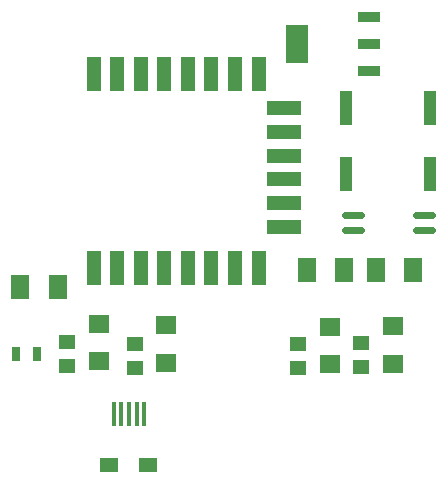
<source format=gtp>
G04 Layer: TopPasteMaskLayer*
G04 EasyEDA v6.3.22, 2020-02-28T15:00:48+01:00*
G04 63a5f4fbcb7f4444b97e2c31749ff225,9eabfb72a9474bef872f988307f0334b,10*
G04 Gerber Generator version 0.2*
G04 Scale: 100 percent, Rotated: No, Reflected: No *
G04 Dimensions in millimeters *
G04 leading zeros omitted , absolute positions ,3 integer and 3 decimal *
%FSLAX33Y33*%
%MOMM*%
G90*
G71D02*

%ADD12C,0.599999*%
%ADD14R,0.800100X1.198880*%
%ADD15R,1.469898X1.160018*%
%ADD16R,1.899920X0.949960*%
%ADD17R,1.899920X3.251200*%
%ADD18R,0.450012X1.999996*%
%ADD19R,1.599997X1.199896*%
%ADD20R,1.800860X1.600200*%
%ADD21R,1.198880X2.999740*%
%ADD22R,2.999740X1.198880*%
%ADD23R,0.999998X2.999994*%
%ADD24R,1.600200X1.999996*%

%LPD*%
G54D12*
G01X37228Y21082D02*
G01X35828Y21082D01*
G01X37228Y22352D02*
G01X35828Y22352D01*
G01X31228Y22352D02*
G01X29828Y22352D01*
G01X31228Y21082D02*
G01X29828Y21082D01*
G54D14*
G01X2032Y10541D03*
G01X3810Y10541D03*
G54D15*
G01X6350Y11557D03*
G01X6350Y9525D03*
G01X12065Y11430D03*
G01X12065Y9398D03*
G01X25908Y11430D03*
G01X25908Y9398D03*
G01X31203Y11468D03*
G01X31203Y9436D03*
G54D16*
G01X31879Y34529D03*
G01X31879Y36830D03*
G01X31879Y39131D03*
G54D17*
G01X25778Y36830D03*
G54D18*
G01X12846Y5458D03*
G01X12196Y5458D03*
G01X11546Y5458D03*
G01X10896Y5458D03*
G01X10246Y5458D03*
G54D19*
G01X13152Y1146D03*
G01X9874Y1162D03*
G54D20*
G01X9017Y13157D03*
G01X9017Y9982D03*
G01X14732Y13030D03*
G01X14732Y9855D03*
G01X33871Y12941D03*
G01X33871Y9766D03*
G54D21*
G01X8560Y17857D03*
G01X10541Y17857D03*
G01X12547Y17857D03*
G01X14554Y17857D03*
G01X16561Y17857D03*
G01X18542Y17857D03*
G01X20548Y17857D03*
G01X22555Y17857D03*
G01X8560Y34264D03*
G01X10541Y34264D03*
G01X12547Y34264D03*
G01X14554Y34264D03*
G01X16561Y34264D03*
G01X18542Y34264D03*
G01X20548Y34264D03*
G01X22555Y34264D03*
G54D22*
G01X24663Y29362D03*
G01X24663Y27356D03*
G01X24663Y25374D03*
G01X24663Y23368D03*
G01X24663Y21361D03*
G01X24663Y31369D03*
G54D23*
G01X37084Y31375D03*
G01X37084Y25775D03*
G01X29972Y31375D03*
G01X29972Y25775D03*
G54D24*
G01X29794Y17653D03*
G01X26594Y17653D03*
G01X2337Y16256D03*
G01X5537Y16256D03*
G01X32436Y17653D03*
G01X35636Y17653D03*
G54D20*
G01X28575Y12903D03*
G01X28575Y9728D03*
M00*
M02*

</source>
